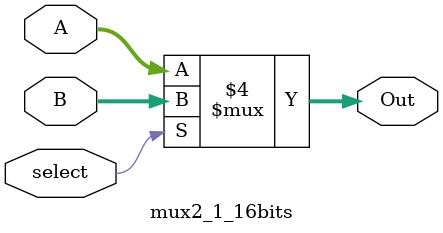
<source format=sv>
module mux2_1_16bits(input [15:0]A, B, input select, output logic [15:0]Out);
always_comb
	begin
		if(select == 1'b0)
			Out = A;
		else
			Out = B;
	end
endmodule 
</source>
